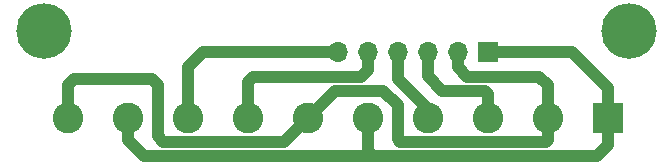
<source format=gbr>
%TF.GenerationSoftware,KiCad,Pcbnew,(5.1.7)-1*%
%TF.CreationDate,2022-01-17T02:13:02-07:00*%
%TF.ProjectId,SIOST,53494f53-542e-46b6-9963-61645f706362,rev?*%
%TF.SameCoordinates,PX32de760PY5734380*%
%TF.FileFunction,Copper,L1,Top*%
%TF.FilePolarity,Positive*%
%FSLAX46Y46*%
G04 Gerber Fmt 4.6, Leading zero omitted, Abs format (unit mm)*
G04 Created by KiCad (PCBNEW (5.1.7)-1) date 2022-01-17 02:13:02*
%MOMM*%
%LPD*%
G01*
G04 APERTURE LIST*
%TA.AperFunction,ComponentPad*%
%ADD10O,1.700000X1.700000*%
%TD*%
%TA.AperFunction,ComponentPad*%
%ADD11R,1.700000X1.700000*%
%TD*%
%TA.AperFunction,ComponentPad*%
%ADD12C,4.700000*%
%TD*%
%TA.AperFunction,ComponentPad*%
%ADD13C,2.600000*%
%TD*%
%TA.AperFunction,ComponentPad*%
%ADD14R,2.600000X2.600000*%
%TD*%
%TA.AperFunction,Conductor*%
%ADD15C,1.000000*%
%TD*%
%TA.AperFunction,Conductor*%
%ADD16C,0.600000*%
%TD*%
G04 APERTURE END LIST*
D10*
%TO.P,J4,6*%
%TO.N,/9*%
X28702000Y9906000D03*
%TO.P,J4,5*%
%TO.N,/7*%
X31242000Y9906000D03*
%TO.P,J4,4*%
%TO.N,/5*%
X33782000Y9906000D03*
%TO.P,J4,3*%
%TO.N,/3*%
X36322000Y9906000D03*
%TO.P,J4,2*%
%TO.N,Net-(J2-Pad10)*%
X38862000Y9906000D03*
D11*
%TO.P,J4,1*%
%TO.N,Net-(J2-Pad1)*%
X41402000Y9906000D03*
%TD*%
D12*
%TO.P,REF\u002A\u002A,1*%
%TO.N,N/C*%
X53340000Y11684000D03*
%TD*%
%TO.P,REF\u002A\u002A,1*%
%TO.N,N/C*%
X3810000Y11684000D03*
%TD*%
D13*
%TO.P,J2,10*%
%TO.N,Net-(J2-Pad10)*%
X5842000Y4318000D03*
%TO.P,J2,9*%
%TO.N,Net-(J2-Pad1)*%
X10922000Y4318000D03*
%TO.P,J2,8*%
%TO.N,/9*%
X16002000Y4318000D03*
%TO.P,J2,7*%
%TO.N,/7*%
X21082000Y4318000D03*
%TO.P,J2,6*%
%TO.N,Net-(J2-Pad10)*%
X26162000Y4318000D03*
%TO.P,J2,5*%
%TO.N,Net-(J2-Pad1)*%
X31242000Y4318000D03*
%TO.P,J2,4*%
%TO.N,/5*%
X36322000Y4318000D03*
%TO.P,J2,3*%
%TO.N,/3*%
X41402000Y4318000D03*
%TO.P,J2,2*%
%TO.N,Net-(J2-Pad10)*%
X46482000Y4318000D03*
D14*
%TO.P,J2,1*%
%TO.N,Net-(J2-Pad1)*%
X51562000Y4318000D03*
%TD*%
D15*
%TO.N,Net-(J2-Pad10)*%
X46482000Y7112000D02*
X46482000Y4318000D01*
X45746001Y7847999D02*
X46482000Y7112000D01*
X28491989Y6647989D02*
X26162000Y4318000D01*
X33782000Y2540000D02*
X33782000Y5414930D01*
X33782000Y5414930D02*
X32548941Y6647989D01*
X34004000Y2318000D02*
X33782000Y2540000D01*
X46482000Y2479523D02*
X46320477Y2318000D01*
X32548941Y6647989D02*
X28491989Y6647989D01*
X46320477Y2318000D02*
X34004000Y2318000D01*
X46482000Y4318000D02*
X46482000Y2479523D01*
X6350000Y7620000D02*
X5842000Y7112000D01*
X12954000Y7620000D02*
X6350000Y7620000D01*
X13462000Y7112000D02*
X12954000Y7620000D01*
X5842000Y7112000D02*
X5842000Y4318000D01*
X13462000Y2794000D02*
X13462000Y7112000D01*
X13938001Y2317999D02*
X13462000Y2794000D01*
X24162000Y2318000D02*
X13938001Y2317999D01*
X26162000Y4318000D02*
X24162000Y2318000D01*
X45746001Y7847999D02*
X39650001Y7847999D01*
X38862000Y8636000D02*
X38862000Y9906000D01*
X39650001Y7847999D02*
X38862000Y8636000D01*
%TO.N,Net-(J2-Pad1)*%
X10922000Y2479523D02*
X12283533Y1117990D01*
X10922000Y4318000D02*
X10922000Y2479523D01*
X51562000Y2032000D02*
X51562000Y4318000D01*
X50647990Y1117990D02*
X51562000Y2032000D01*
X31242000Y4318000D02*
X31242000Y1524000D01*
X31648010Y1117990D02*
X50647990Y1117990D01*
X31242000Y1524000D02*
X31648010Y1117990D01*
X12283533Y1117990D02*
X31648010Y1117990D01*
X41402000Y9906000D02*
X48514000Y9906000D01*
X51562000Y6858000D02*
X51562000Y4318000D01*
X48514000Y9906000D02*
X51562000Y6858000D01*
%TO.N,/9*%
X28702000Y9906000D02*
X17272000Y9906000D01*
X16002000Y8636000D02*
X16002000Y4318000D01*
X17272000Y9906000D02*
X16002000Y8636000D01*
D16*
%TO.N,/7*%
X21358001Y4972003D02*
X21358001Y4723999D01*
D15*
X21082000Y7366000D02*
X21082000Y4318000D01*
X21563999Y7847999D02*
X21082000Y7366000D01*
X21563999Y7847999D02*
X30707999Y7847999D01*
X31242000Y8382000D02*
X31242000Y9906000D01*
X30707999Y7847999D02*
X31242000Y8382000D01*
%TO.N,/5*%
X36322000Y4572000D02*
X36322000Y4318000D01*
X36322000Y4318000D02*
X36322000Y5080000D01*
X33782000Y7620000D02*
X33782000Y9906000D01*
X36322000Y5080000D02*
X33782000Y7620000D01*
D16*
%TO.N,/3*%
X41678001Y4972003D02*
X41678001Y4723999D01*
X41678001Y4723999D02*
X40742001Y3787999D01*
D15*
X41402000Y6350000D02*
X41402000Y4318000D01*
X41148000Y6604000D02*
X41402000Y6350000D01*
X40850011Y6647989D02*
X37548011Y6647989D01*
X40894000Y6604000D02*
X40850011Y6647989D01*
X41148000Y6604000D02*
X40894000Y6604000D01*
X36322000Y7874000D02*
X36322000Y9906000D01*
X37548011Y6647989D02*
X36322000Y7874000D01*
%TD*%
M02*

</source>
